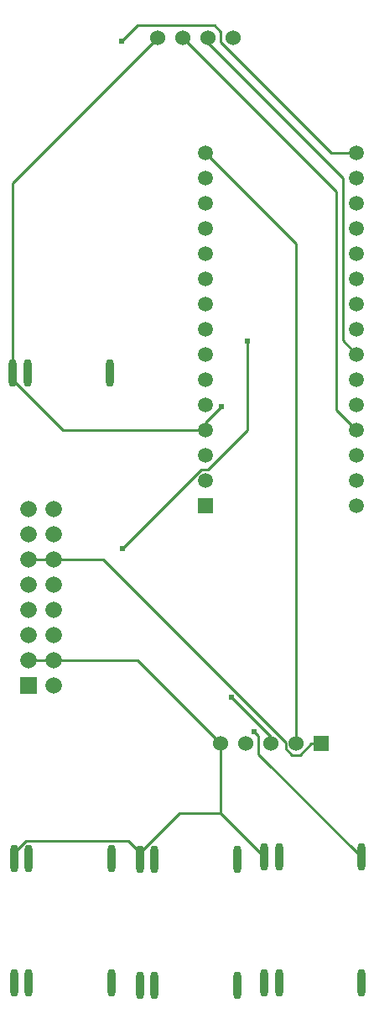
<source format=gbl>
G04 Layer: BottomLayer*
G04 EasyEDA v6.5.22, 2023-02-15 17:28:14*
G04 889346655b5e4dd39cbf71a95156414b,7be1179030e74d40a97a3c751b95adb4,10*
G04 Gerber Generator version 0.2*
G04 Scale: 100 percent, Rotated: No, Reflected: No *
G04 Dimensions in millimeters *
G04 leading zeros omitted , absolute positions ,4 integer and 5 decimal *
%FSLAX45Y45*%
%MOMM*%

%AMMACRO1*21,1,$1,$2,0,0,$3*%
%ADD10C,0.2540*%
%ADD11MACRO1,1.508X1.508X-90.0000*%
%ADD12C,1.5080*%
%ADD13C,1.6637*%
%ADD14MACRO1,1.6637X1.6637X0.0000*%
%ADD15O,0.7999984X2.7999944*%
%ADD16C,1.5240*%
%ADD17R,1.5240X1.5240*%
%ADD18C,0.6096*%

%LPD*%
D10*
X-1498041Y678484D02*
G01*
X-1498041Y-216509D01*
X-1898065Y-616534D01*
X-1959635Y-616534D01*
X-2756103Y-1413002D01*
X-345109Y-4521200D02*
G01*
X-1384300Y-3482009D01*
X-1384300Y-3300653D01*
X-1427378Y-3257575D01*
X-1658340Y-2910001D02*
G01*
X-1257300Y-3311042D01*
X-1257300Y-3378200D01*
X-1917700Y-215900D02*
G01*
X-1917700Y-142951D01*
X-1758314Y16433D01*
X-3865092Y355600D02*
G01*
X-3865092Y287680D01*
X-3361512Y-215900D01*
X-1917700Y-215900D01*
X-3708400Y-2540000D02*
G01*
X-3454400Y-2540000D01*
X-1765300Y-3378200D02*
G01*
X-2603500Y-2540000D01*
X-3454400Y-2540000D01*
X-1765300Y-4080992D02*
G01*
X-1765300Y-3378200D01*
X-2582392Y-4477486D02*
G01*
X-2582392Y-4546600D01*
X-1765300Y-4080992D02*
G01*
X-2185898Y-4080992D01*
X-2582392Y-4477486D01*
X-2582392Y-4477486D02*
G01*
X-2703321Y-4356557D01*
X-3732809Y-4356557D01*
X-3852392Y-4476140D01*
X-3852392Y-4533900D01*
X-1765300Y-4080992D02*
G01*
X-1325092Y-4521200D01*
X-2400300Y3733800D02*
G01*
X-3865092Y2269007D01*
X-3865092Y355600D01*
X-749300Y-3378200D02*
G01*
X-853465Y-3378200D01*
X-3454400Y-1524000D02*
G01*
X-2957804Y-1524000D01*
X-1112088Y-3369716D01*
X-1112088Y-3426104D01*
X-1045895Y-3492296D01*
X-967562Y-3492296D01*
X-853465Y-3378200D01*
X-3708400Y-1524000D02*
G01*
X-3454400Y-1524000D01*
X-1003300Y-3378200D02*
G01*
X-1003300Y1663700D01*
X-1917700Y2578100D01*
X-2764536Y3706876D02*
G01*
X-2610612Y3860800D01*
X-1828800Y3860800D01*
X-1765300Y3797300D01*
X-1765300Y3695700D01*
X-647700Y2578100D01*
X-393700Y2578100D01*
X-2146300Y3733800D02*
G01*
X-596900Y2184400D01*
X-596900Y-12700D01*
X-393700Y-215900D01*
X-1892300Y3733800D02*
G01*
X-1892300Y3683000D01*
X-533400Y2324100D01*
X-533400Y685800D01*
X-393700Y546100D01*
D11*
G01*
X-1917700Y-977900D03*
D12*
G01*
X-1917700Y-723900D03*
G01*
X-1917700Y-469900D03*
G01*
X-1917700Y-215900D03*
G01*
X-1917700Y38100D03*
G01*
X-1917700Y292100D03*
G01*
X-1917700Y546100D03*
G01*
X-1917700Y800100D03*
G01*
X-1917700Y1054100D03*
G01*
X-1917700Y1308100D03*
G01*
X-1917700Y1562100D03*
G01*
X-1917700Y1816100D03*
G01*
X-393700Y-977900D03*
G01*
X-393700Y-723900D03*
G01*
X-393700Y-469900D03*
G01*
X-393700Y-215900D03*
G01*
X-393700Y38100D03*
G01*
X-393700Y292100D03*
G01*
X-393700Y800100D03*
G01*
X-393700Y1054100D03*
G01*
X-393700Y1562100D03*
G01*
X-393700Y1816100D03*
G01*
X-393700Y1308100D03*
G01*
X-393700Y546100D03*
G01*
X-1917700Y2070100D03*
G01*
X-1917700Y2324100D03*
G01*
X-1917700Y2578100D03*
G01*
X-393700Y2070100D03*
G01*
X-393700Y2324100D03*
G01*
X-393700Y2578100D03*
D13*
G01*
X-3454400Y-1270000D03*
G01*
X-3708400Y-1270000D03*
G01*
X-3454400Y-1778000D03*
G01*
X-3708400Y-1778000D03*
G01*
X-3454400Y-2032000D03*
G01*
X-3708400Y-2032000D03*
G01*
X-3454400Y-2286000D03*
G01*
X-3708400Y-2286000D03*
G01*
X-3454400Y-2540000D03*
G01*
X-3708400Y-2540000D03*
G01*
X-3454400Y-1016000D03*
G01*
X-3708400Y-1016000D03*
G01*
X-3454400Y-1524000D03*
G01*
X-3708400Y-1524000D03*
G01*
X-3454400Y-2794000D03*
D14*
G01*
X-3708400Y-2794000D03*
D15*
G01*
X-3704412Y-4533900D03*
G01*
X-2872409Y-4533900D03*
G01*
X-3852392Y-4533900D03*
G01*
X-2434412Y-4546600D03*
G01*
X-1602409Y-4546600D03*
G01*
X-2582392Y-4546600D03*
G01*
X-1177112Y-4521200D03*
G01*
X-345109Y-4521200D03*
G01*
X-1325092Y-4521200D03*
G01*
X-3704412Y-5791200D03*
G01*
X-2872409Y-5791200D03*
G01*
X-3852392Y-5791200D03*
G01*
X-2434412Y-5816600D03*
G01*
X-1602409Y-5816600D03*
G01*
X-2582392Y-5816600D03*
G01*
X-1177112Y-5791200D03*
G01*
X-345109Y-5791200D03*
G01*
X-1325092Y-5791200D03*
G01*
X-3717112Y355600D03*
G01*
X-2885109Y355600D03*
G01*
X-3865092Y355600D03*
D16*
G01*
X-1638300Y3733800D03*
G01*
X-1892300Y3733800D03*
G01*
X-2146300Y3733800D03*
G01*
X-2400300Y3733800D03*
D17*
G01*
X-749300Y-3378200D03*
D16*
G01*
X-1003300Y-3378200D03*
G01*
X-1257300Y-3378200D03*
G01*
X-1511300Y-3378200D03*
G01*
X-1765300Y-3378200D03*
D18*
G01*
X-2756103Y-1413002D03*
G01*
X-1498041Y678484D03*
G01*
X-1427378Y-3257575D03*
G01*
X-1658340Y-2910001D03*
G01*
X-2764485Y3706825D03*
G01*
X-1758314Y16433D03*
M02*

</source>
